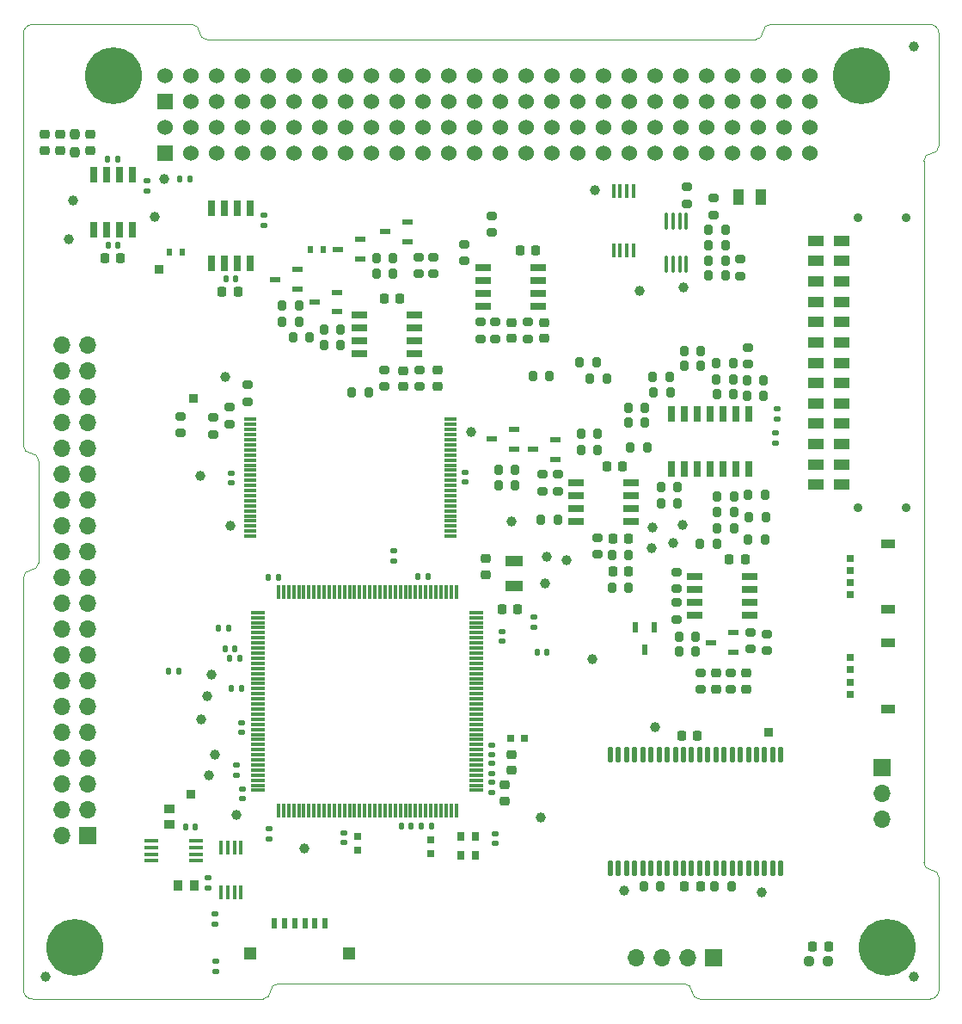
<source format=gts>
%TF.GenerationSoftware,KiCad,Pcbnew,8.0.3*%
%TF.CreationDate,2024-08-20T13:50:38+03:00*%
%TF.ProjectId,obc-adcs-board,6f62632d-6164-4637-932d-626f6172642e,rev?*%
%TF.SameCoordinates,PX3e2df80PY83e4a60*%
%TF.FileFunction,Soldermask,Top*%
%TF.FilePolarity,Negative*%
%FSLAX46Y46*%
G04 Gerber Fmt 4.6, Leading zero omitted, Abs format (unit mm)*
G04 Created by KiCad (PCBNEW 8.0.3) date 2024-08-20 13:50:38*
%MOMM*%
%LPD*%
G01*
G04 APERTURE LIST*
G04 Aperture macros list*
%AMRoundRect*
0 Rectangle with rounded corners*
0 $1 Rounding radius*
0 $2 $3 $4 $5 $6 $7 $8 $9 X,Y pos of 4 corners*
0 Add a 4 corners polygon primitive as box body*
4,1,4,$2,$3,$4,$5,$6,$7,$8,$9,$2,$3,0*
0 Add four circle primitives for the rounded corners*
1,1,$1+$1,$2,$3*
1,1,$1+$1,$4,$5*
1,1,$1+$1,$6,$7*
1,1,$1+$1,$8,$9*
0 Add four rect primitives between the rounded corners*
20,1,$1+$1,$2,$3,$4,$5,0*
20,1,$1+$1,$4,$5,$6,$7,0*
20,1,$1+$1,$6,$7,$8,$9,0*
20,1,$1+$1,$8,$9,$2,$3,0*%
G04 Aperture macros list end*
%ADD10C,1.000000*%
%ADD11RoundRect,0.137500X0.137500X-0.625000X0.137500X0.625000X-0.137500X0.625000X-0.137500X-0.625000X0*%
%ADD12R,0.650000X1.528000*%
%ADD13RoundRect,0.200000X0.200000X0.275000X-0.200000X0.275000X-0.200000X-0.275000X0.200000X-0.275000X0*%
%ADD14C,5.600000*%
%ADD15RoundRect,0.200000X-0.200000X-0.275000X0.200000X-0.275000X0.200000X0.275000X-0.200000X0.275000X0*%
%ADD16R,1.700000X1.700000*%
%ADD17O,1.700000X1.700000*%
%ADD18R,0.620000X0.670000*%
%ADD19R,1.050000X0.600000*%
%ADD20RoundRect,0.140000X-0.140000X-0.170000X0.140000X-0.170000X0.140000X0.170000X-0.140000X0.170000X0*%
%ADD21R,1.020000X0.940000*%
%ADD22RoundRect,0.200000X0.275000X-0.200000X0.275000X0.200000X-0.275000X0.200000X-0.275000X-0.200000X0*%
%ADD23R,0.940000X1.020000*%
%ADD24RoundRect,0.140000X-0.170000X0.140000X-0.170000X-0.140000X0.170000X-0.140000X0.170000X0.140000X0*%
%ADD25RoundRect,0.225000X-0.250000X0.225000X-0.250000X-0.225000X0.250000X-0.225000X0.250000X0.225000X0*%
%ADD26R,1.475000X0.300000*%
%ADD27R,0.300000X1.475000*%
%ADD28R,1.400000X0.450000*%
%ADD29RoundRect,0.135000X-0.135000X-0.185000X0.135000X-0.185000X0.135000X0.185000X-0.135000X0.185000X0*%
%ADD30RoundRect,0.135000X0.185000X-0.135000X0.185000X0.135000X-0.185000X0.135000X-0.185000X-0.135000X0*%
%ADD31RoundRect,0.225000X-0.225000X-0.250000X0.225000X-0.250000X0.225000X0.250000X-0.225000X0.250000X0*%
%ADD32R,0.800000X0.900000*%
%ADD33RoundRect,0.140000X0.140000X0.170000X-0.140000X0.170000X-0.140000X-0.170000X0.140000X-0.170000X0*%
%ADD34R,1.528000X0.650000*%
%ADD35RoundRect,0.135000X0.135000X0.185000X-0.135000X0.185000X-0.135000X-0.185000X0.135000X-0.185000X0*%
%ADD36RoundRect,0.200000X-0.275000X0.200000X-0.275000X-0.200000X0.275000X-0.200000X0.275000X0.200000X0*%
%ADD37RoundRect,0.135000X-0.185000X0.135000X-0.185000X-0.135000X0.185000X-0.135000X0.185000X0.135000X0*%
%ADD38RoundRect,0.140000X0.170000X-0.140000X0.170000X0.140000X-0.170000X0.140000X-0.170000X-0.140000X0*%
%ADD39R,0.700000X0.650000*%
%ADD40R,0.850000X0.850000*%
%ADD41R,0.450000X1.400000*%
%ADD42R,0.650000X1.525000*%
%ADD43RoundRect,0.237500X-0.237500X0.250000X-0.237500X-0.250000X0.237500X-0.250000X0.237500X0.250000X0*%
%ADD44R,1.800000X1.000000*%
%ADD45R,0.550000X1.000000*%
%ADD46R,1.260000X1.300000*%
%ADD47RoundRect,0.225000X0.225000X0.250000X-0.225000X0.250000X-0.225000X-0.250000X0.225000X-0.250000X0*%
%ADD48RoundRect,0.100000X0.100000X-0.712500X0.100000X0.712500X-0.100000X0.712500X-0.100000X-0.712500X0*%
%ADD49RoundRect,0.225000X0.250000X-0.225000X0.250000X0.225000X-0.250000X0.225000X-0.250000X-0.225000X0*%
%ADD50C,0.900000*%
%ADD51R,1.500000X1.000000*%
%ADD52R,0.650000X0.660000*%
%ADD53R,1.340000X0.850000*%
%ADD54R,1.300000X0.300000*%
%ADD55R,1.000000X1.500000*%
%ADD56R,0.600000X1.050000*%
%ADD57R,1.530000X1.530000*%
%ADD58C,1.530000*%
%ADD59R,0.450000X1.475000*%
%ADD60RoundRect,0.237500X0.250000X0.237500X-0.250000X0.237500X-0.250000X-0.237500X0.250000X-0.237500X0*%
%ADD61R,0.650000X0.700000*%
%TA.AperFunction,Profile*%
%ADD62C,0.100000*%
%TD*%
G04 APERTURE END LIST*
D10*
%TO.C,TP40*%
X18975000Y24175000D03*
%TD*%
D11*
%TO.C,U7*%
X57900960Y12999279D03*
X58700960Y12999279D03*
X59500960Y12999279D03*
X60300960Y12999279D03*
X61100960Y12999279D03*
X61900960Y12999279D03*
X62700960Y12999279D03*
X63500960Y12999279D03*
X64300960Y12999279D03*
X65100960Y12999279D03*
X65900960Y12999279D03*
X66700960Y12999279D03*
X67500960Y12999279D03*
X68300960Y12999279D03*
X69100960Y12999279D03*
X69900960Y12999279D03*
X70700960Y12999279D03*
X71500960Y12999279D03*
X72300960Y12999279D03*
X73100960Y12999279D03*
X73900960Y12999279D03*
X74700960Y12999279D03*
X74700960Y24174279D03*
X73900960Y24174279D03*
X73100960Y24174279D03*
X72300960Y24174279D03*
X71500960Y24174279D03*
X70700960Y24174279D03*
X69900960Y24174279D03*
X69100960Y24174279D03*
X68300960Y24174279D03*
X67500960Y24174279D03*
X66700960Y24174279D03*
X65900960Y24174279D03*
X65100960Y24174279D03*
X64300960Y24174279D03*
X63500960Y24174279D03*
X62700960Y24174279D03*
X61900960Y24174279D03*
X61100960Y24174279D03*
X60300960Y24174279D03*
X59500960Y24174279D03*
X58700960Y24174279D03*
X57900960Y24174279D03*
%TD*%
D12*
%TO.C,U18*%
X6995000Y75789000D03*
X8265000Y75789000D03*
X9535000Y75789000D03*
X10805000Y75789000D03*
X10805000Y81211000D03*
X9535000Y81211000D03*
X8265000Y81211000D03*
X6995000Y81211000D03*
%TD*%
D13*
%TO.C,R65*%
X70075960Y49550000D03*
X68425960Y49550000D03*
%TD*%
D14*
%TO.C,H4*%
X82630000Y90930000D03*
%TD*%
D15*
%TO.C,R90*%
X46875960Y50700000D03*
X48525960Y50700000D03*
%TD*%
D16*
%TO.C,J7*%
X68100000Y4175000D03*
D17*
X65560000Y4175000D03*
X63020000Y4175000D03*
X60480000Y4175000D03*
%TD*%
D18*
%TO.C,F11*%
X29625000Y73900000D03*
X28375000Y73900000D03*
%TD*%
D14*
%TO.C,H1*%
X5180000Y5190000D03*
%TD*%
D19*
%TO.C,Q8*%
X48400000Y54250000D03*
X48400000Y56150000D03*
X46200000Y55200000D03*
%TD*%
D10*
%TO.C,TP24*%
X51500000Y41000000D03*
%TD*%
D13*
%TO.C,R83*%
X28275000Y65250000D03*
X26625000Y65250000D03*
%TD*%
D16*
%TO.C,J4*%
X84625000Y22875000D03*
D17*
X84625000Y20335000D03*
X84625000Y17795000D03*
%TD*%
D13*
%TO.C,R117*%
X68375000Y44900000D03*
X66725000Y44900000D03*
%TD*%
D20*
%TO.C,C45*%
X37345000Y17150000D03*
X38305000Y17150000D03*
%TD*%
D21*
%TO.C,F13*%
X14500000Y18840000D03*
X14500000Y17260000D03*
%TD*%
D22*
%TO.C,R46*%
X65400000Y78375000D03*
X65400000Y80025000D03*
%TD*%
D10*
%TO.C,TP42*%
X18200000Y29900000D03*
%TD*%
D23*
%TO.C,F14*%
X15360000Y11250000D03*
X16940000Y11250000D03*
%TD*%
D22*
%TO.C,R102*%
X49800960Y65075000D03*
X49800960Y66725000D03*
%TD*%
D24*
%TO.C,C59*%
X31700000Y16480000D03*
X31700000Y15520000D03*
%TD*%
D25*
%TO.C,C100*%
X6700000Y85175000D03*
X6700000Y83625000D03*
%TD*%
D26*
%TO.C,U16*%
X44703242Y20649040D03*
X44703242Y21149040D03*
X44703242Y21649040D03*
X44703242Y22149040D03*
X44703242Y22649040D03*
X44703242Y23149040D03*
X44703242Y23649040D03*
X44703242Y24149040D03*
X44703242Y24649040D03*
X44703242Y25149040D03*
X44703242Y25649040D03*
X44703242Y26149040D03*
X44703242Y26649040D03*
X44703242Y27149040D03*
X44703242Y27649040D03*
X44703242Y28149040D03*
X44703242Y28649040D03*
X44703242Y29149040D03*
X44703242Y29649040D03*
X44703242Y30149040D03*
X44703242Y30649040D03*
X44703242Y31149040D03*
X44703242Y31649040D03*
X44703242Y32149040D03*
X44703242Y32649040D03*
X44703242Y33149040D03*
X44703242Y33649040D03*
X44703242Y34149040D03*
X44703242Y34649040D03*
X44703242Y35149040D03*
X44703242Y35649040D03*
X44703242Y36149040D03*
X44703242Y36649040D03*
X44703242Y37149040D03*
X44703242Y37649040D03*
X44703242Y38149040D03*
D27*
X42715242Y40137040D03*
X42215242Y40137040D03*
X41715242Y40137040D03*
X41215242Y40137040D03*
X40715242Y40137040D03*
X40215242Y40137040D03*
X39715242Y40137040D03*
X39215242Y40137040D03*
X38715242Y40137040D03*
X38215242Y40137040D03*
X37715242Y40137040D03*
X37215242Y40137040D03*
X36715242Y40137040D03*
X36215242Y40137040D03*
X35715242Y40137040D03*
X35215242Y40137040D03*
X34715242Y40137040D03*
X34215242Y40137040D03*
X33715242Y40137040D03*
X33215242Y40137040D03*
X32715242Y40137040D03*
X32215242Y40137040D03*
X31715242Y40137040D03*
X31215242Y40137040D03*
X30715242Y40137040D03*
X30215242Y40137040D03*
X29715242Y40137040D03*
X29215242Y40137040D03*
X28715242Y40137040D03*
X28215242Y40137040D03*
X27715242Y40137040D03*
X27215242Y40137040D03*
X26715242Y40137040D03*
X26215242Y40137040D03*
X25715242Y40137040D03*
X25215242Y40137040D03*
D26*
X23227242Y38149040D03*
X23227242Y37649040D03*
X23227242Y37149040D03*
X23227242Y36649040D03*
X23227242Y36149040D03*
X23227242Y35649040D03*
X23227242Y35149040D03*
X23227242Y34649040D03*
X23227242Y34149040D03*
X23227242Y33649040D03*
X23227242Y33149040D03*
X23227242Y32649040D03*
X23227242Y32149040D03*
X23227242Y31649040D03*
X23227242Y31149040D03*
X23227242Y30649040D03*
X23227242Y30149040D03*
X23227242Y29649040D03*
X23227242Y29149040D03*
X23227242Y28649040D03*
X23227242Y28149040D03*
X23227242Y27649040D03*
X23227242Y27149040D03*
X23227242Y26649040D03*
X23227242Y26149040D03*
X23227242Y25649040D03*
X23227242Y25149040D03*
X23227242Y24649040D03*
X23227242Y24149040D03*
X23227242Y23649040D03*
X23227242Y23149040D03*
X23227242Y22649040D03*
X23227242Y22149040D03*
X23227242Y21649040D03*
X23227242Y21149040D03*
X23227242Y20649040D03*
D27*
X25215242Y18661040D03*
X25715242Y18661040D03*
X26215242Y18661040D03*
X26715242Y18661040D03*
X27215242Y18661040D03*
X27715242Y18661040D03*
X28215242Y18661040D03*
X28715242Y18661040D03*
X29215242Y18661040D03*
X29715242Y18661040D03*
X30215242Y18661040D03*
X30715242Y18661040D03*
X31215242Y18661040D03*
X31715242Y18661040D03*
X32215242Y18661040D03*
X32715242Y18661040D03*
X33215242Y18661040D03*
X33715242Y18661040D03*
X34215242Y18661040D03*
X34715242Y18661040D03*
X35215242Y18661040D03*
X35715242Y18661040D03*
X36215242Y18661040D03*
X36715242Y18661040D03*
X37215242Y18661040D03*
X37715242Y18661040D03*
X38215242Y18661040D03*
X38715242Y18661040D03*
X39215242Y18661040D03*
X39715242Y18661040D03*
X40215242Y18661040D03*
X40715242Y18661040D03*
X41215242Y18661040D03*
X41715242Y18661040D03*
X42215242Y18661040D03*
X42715242Y18661040D03*
%TD*%
D18*
%TO.C,F12*%
X15725000Y73600000D03*
X14475000Y73600000D03*
%TD*%
D22*
%TO.C,R101*%
X39125960Y60361779D03*
X39125960Y62011779D03*
%TD*%
D28*
%TO.C,U19*%
X17075000Y13725000D03*
X17075000Y14375000D03*
X17075000Y15025000D03*
X17075000Y15675000D03*
X12675000Y15675000D03*
X12675000Y15025000D03*
X12675000Y14375000D03*
X12675000Y13725000D03*
%TD*%
D15*
%TO.C,R56*%
X65175000Y62400000D03*
X66825000Y62400000D03*
%TD*%
D29*
%TO.C,R37*%
X19290000Y36600000D03*
X20310000Y36600000D03*
%TD*%
D10*
%TO.C,TP27*%
X13930000Y80760000D03*
%TD*%
D30*
%TO.C,R130*%
X19025000Y2790000D03*
X19025000Y3810000D03*
%TD*%
D31*
%TO.C,C67*%
X69625000Y43350000D03*
X71175000Y43350000D03*
%TD*%
D32*
%TO.C,Y3*%
X44625000Y14275000D03*
X44625000Y16125000D03*
X43175000Y16125000D03*
X43175000Y14275000D03*
%TD*%
D33*
%TO.C,C64*%
X9380000Y74250000D03*
X8420000Y74250000D03*
%TD*%
D22*
%TO.C,R78*%
X40500000Y71475000D03*
X40500000Y73125000D03*
%TD*%
D13*
%TO.C,R59*%
X56650000Y54100000D03*
X55000000Y54100000D03*
%TD*%
D14*
%TO.C,H3*%
X85170000Y5210000D03*
%TD*%
D34*
%TO.C,IC2*%
X66189000Y41705000D03*
X66189000Y40435000D03*
X66189000Y39165000D03*
X66189000Y37895000D03*
X71611000Y37895000D03*
X71611000Y39165000D03*
X71611000Y40435000D03*
X71611000Y41705000D03*
%TD*%
D10*
%TO.C,TP43*%
X17575000Y27650000D03*
%TD*%
D25*
%TO.C,C71*%
X37525960Y61961779D03*
X37525960Y60411779D03*
%TD*%
D19*
%TO.C,Q6*%
X30950000Y67750000D03*
X30950000Y69650000D03*
X28750000Y68700000D03*
%TD*%
D35*
%TO.C,R18*%
X9390000Y82760000D03*
X8370000Y82760000D03*
%TD*%
D36*
%TO.C,R3*%
X15600000Y57450000D03*
X15600000Y55800000D03*
%TD*%
D37*
%TO.C,R126*%
X74200000Y55860000D03*
X74200000Y54840000D03*
%TD*%
D22*
%TO.C,R99*%
X66800000Y30575000D03*
X66800000Y32225000D03*
%TD*%
D15*
%TO.C,R72*%
X62175000Y59800000D03*
X63825000Y59800000D03*
%TD*%
D38*
%TO.C,C60*%
X21625000Y26320000D03*
X21625000Y27280000D03*
%TD*%
D24*
%TO.C,C57*%
X46200000Y25130000D03*
X46200000Y24170000D03*
%TD*%
D36*
%TO.C,R79*%
X39000000Y73125000D03*
X39000000Y71475000D03*
%TD*%
D25*
%TO.C,C98*%
X2200000Y85175000D03*
X2200000Y83625000D03*
%TD*%
D15*
%TO.C,R55*%
X54875000Y62800000D03*
X56525000Y62800000D03*
%TD*%
D39*
%TO.C,FL6*%
X33000000Y14725000D03*
X33000000Y16075000D03*
%TD*%
D10*
%TO.C,TP32*%
X64050000Y44950000D03*
%TD*%
D40*
%TO.C,J27*%
X16600000Y20225000D03*
%TD*%
D13*
%TO.C,R67*%
X70025000Y59600000D03*
X68375000Y59600000D03*
%TD*%
D36*
%TO.C,R75*%
X64400000Y42125000D03*
X64400000Y40475000D03*
%TD*%
%TO.C,R119*%
X46200000Y77175000D03*
X46200000Y75525000D03*
%TD*%
D10*
%TO.C,TP31*%
X62050000Y46550000D03*
%TD*%
D36*
%TO.C,R81*%
X43550000Y74375000D03*
X43550000Y72725000D03*
%TD*%
D24*
%TO.C,C62*%
X46250000Y21430000D03*
X46250000Y20470000D03*
%TD*%
D15*
%TO.C,R52*%
X59675000Y56800000D03*
X61325000Y56800000D03*
%TD*%
D36*
%TO.C,R40*%
X68100000Y78925000D03*
X68100000Y77275000D03*
%TD*%
D33*
%TO.C,C58*%
X40280000Y17150000D03*
X39320000Y17150000D03*
%TD*%
D36*
%TO.C,R77*%
X51200000Y51725000D03*
X51200000Y50075000D03*
%TD*%
D13*
%TO.C,R63*%
X57525000Y61200000D03*
X55875000Y61200000D03*
%TD*%
D22*
%TO.C,R80*%
X56600000Y43875000D03*
X56600000Y45525000D03*
%TD*%
D37*
%TO.C,R48*%
X24300000Y16910000D03*
X24300000Y15890000D03*
%TD*%
D36*
%TO.C,R6*%
X22200000Y60525000D03*
X22200000Y58875000D03*
%TD*%
D10*
%TO.C,TP45*%
X17550000Y51600000D03*
%TD*%
D15*
%TO.C,R64*%
X62075000Y61300000D03*
X63725000Y61300000D03*
%TD*%
D41*
%TO.C,U20*%
X21525000Y15000000D03*
X20875000Y15000000D03*
X20225000Y15000000D03*
X19575000Y15000000D03*
X19575000Y10600000D03*
X20225000Y10600000D03*
X20875000Y10600000D03*
X21525000Y10600000D03*
%TD*%
D15*
%TO.C,R91*%
X34875000Y71500000D03*
X36525000Y71500000D03*
%TD*%
D42*
%TO.C,IC6*%
X63890000Y52288000D03*
X65160000Y52288000D03*
X66430000Y52288000D03*
X67700000Y52288000D03*
X68970000Y52288000D03*
X70240000Y52288000D03*
X71510000Y52288000D03*
X71510000Y57712000D03*
X70240000Y57712000D03*
X68970000Y57712000D03*
X67700000Y57712000D03*
X66430000Y57712000D03*
X65160000Y57712000D03*
X63890000Y57712000D03*
%TD*%
D43*
%TO.C,R129*%
X5200000Y85212500D03*
X5200000Y83387500D03*
%TD*%
D13*
%TO.C,R58*%
X73225000Y47550000D03*
X71575000Y47550000D03*
%TD*%
D29*
%TO.C,R38*%
X20590000Y30700000D03*
X21610000Y30700000D03*
%TD*%
D10*
%TO.C,TP10*%
X56100000Y33600000D03*
%TD*%
D19*
%TO.C,Q10*%
X27100000Y69975000D03*
X27100000Y71875000D03*
X24900000Y70925000D03*
%TD*%
D15*
%TO.C,R2*%
X68175000Y11200000D03*
X69825000Y11200000D03*
%TD*%
D36*
%TO.C,R85*%
X64400000Y39125000D03*
X64400000Y37475000D03*
%TD*%
D14*
%TO.C,H2*%
X8990000Y90930000D03*
%TD*%
D31*
%TO.C,C43*%
X47225000Y38500000D03*
X48775000Y38500000D03*
%TD*%
D15*
%TO.C,R84*%
X32450000Y59800000D03*
X34100000Y59800000D03*
%TD*%
D19*
%TO.C,Q5*%
X37900000Y74650000D03*
X37900000Y76550000D03*
X35700000Y75600000D03*
%TD*%
D13*
%TO.C,R68*%
X66825960Y63900000D03*
X65175960Y63900000D03*
%TD*%
D44*
%TO.C,Y4*%
X48400000Y40750000D03*
X48400000Y43250000D03*
%TD*%
D30*
%TO.C,R124*%
X23800000Y76190000D03*
X23800000Y77210000D03*
%TD*%
%TO.C,R47*%
X21100000Y22130000D03*
X21100000Y23150000D03*
%TD*%
D29*
%TO.C,R13*%
X15510000Y80790000D03*
X16530000Y80790000D03*
%TD*%
D19*
%TO.C,Q3*%
X70050960Y34250000D03*
X70050960Y36150000D03*
X67850960Y35200000D03*
%TD*%
D45*
%TO.C,J16*%
X24820000Y7575000D03*
X25820000Y7575000D03*
X26820000Y7575000D03*
X27820000Y7575000D03*
X28820000Y7575000D03*
X29820000Y7575000D03*
D46*
X22445000Y4585000D03*
X32195000Y4585000D03*
%TD*%
D33*
%TO.C,C55*%
X21380000Y33650000D03*
X20420000Y33650000D03*
%TD*%
D10*
%TO.C,FID6*%
X87800000Y2300000D03*
%TD*%
%TO.C,TP41*%
X20450000Y46650000D03*
%TD*%
D25*
%TO.C,C72*%
X48200960Y66675000D03*
X48200960Y65125000D03*
%TD*%
D10*
%TO.C,TP7*%
X21075000Y18200000D03*
%TD*%
D13*
%TO.C,R62*%
X73000960Y61000000D03*
X71350960Y61000000D03*
%TD*%
D47*
%TO.C,C27*%
X66475000Y26000000D03*
X64925000Y26000000D03*
%TD*%
D10*
%TO.C,FID5*%
X87800000Y93800000D03*
%TD*%
D25*
%TO.C,C77*%
X71300000Y32175000D03*
X71300000Y30625000D03*
%TD*%
D36*
%TO.C,R73*%
X71700000Y36225000D03*
X71700000Y34575000D03*
%TD*%
D15*
%TO.C,R95*%
X34875000Y73000000D03*
X36525000Y73000000D03*
%TD*%
D10*
%TO.C,TP46*%
X20000000Y61300000D03*
%TD*%
%TO.C,TP33*%
X62000000Y44500000D03*
%TD*%
D37*
%TO.C,R127*%
X74300000Y58210000D03*
X74300000Y57190000D03*
%TD*%
D10*
%TO.C,TP28*%
X48200000Y47100000D03*
%TD*%
D15*
%TO.C,R93*%
X64675000Y35800000D03*
X66325000Y35800000D03*
%TD*%
D33*
%TO.C,C52*%
X25205000Y41600000D03*
X24245000Y41600000D03*
%TD*%
D10*
%TO.C,TP22*%
X4600000Y74900000D03*
%TD*%
%TO.C,TP37*%
X56400000Y79700000D03*
%TD*%
D15*
%TO.C,R89*%
X64675000Y34300000D03*
X66325000Y34300000D03*
%TD*%
D48*
%TO.C,U8*%
X63425000Y72387500D03*
X64075000Y72387500D03*
X64725000Y72387500D03*
X65375000Y72387500D03*
X65375000Y76612500D03*
X64725000Y76612500D03*
X64075000Y76612500D03*
X63425000Y76612500D03*
%TD*%
D15*
%TO.C,R100*%
X58075000Y40600000D03*
X59725000Y40600000D03*
%TD*%
D47*
%TO.C,C95*%
X21225000Y69750000D03*
X19675000Y69750000D03*
%TD*%
D10*
%TO.C,TP34*%
X65050000Y46750000D03*
%TD*%
D13*
%TO.C,R104*%
X59725000Y43800000D03*
X58075000Y43800000D03*
%TD*%
D33*
%TO.C,C54*%
X20930000Y34600000D03*
X19970000Y34600000D03*
%TD*%
D49*
%TO.C,C75*%
X40900000Y60425000D03*
X40900000Y61975000D03*
%TD*%
D10*
%TO.C,TP47*%
X72830000Y10650000D03*
%TD*%
%TO.C,TP8*%
X53600000Y43300000D03*
%TD*%
D33*
%TO.C,C50*%
X39930000Y41650000D03*
X38970000Y41650000D03*
%TD*%
D50*
%TO.C,J17*%
X82275000Y48475000D03*
X87025000Y48475000D03*
X82275000Y76975000D03*
X87025000Y76975000D03*
D51*
X78175000Y74725000D03*
X78175000Y72725000D03*
X78175000Y70725000D03*
X78175000Y68725000D03*
X78175000Y66725000D03*
X78175000Y64725000D03*
X78175000Y62725000D03*
X78175000Y60725000D03*
X78175000Y58725000D03*
X78175000Y56725000D03*
X78175000Y54725000D03*
X78175000Y52725000D03*
X78175000Y50725000D03*
X80675000Y74725000D03*
X80675000Y72725000D03*
X80675000Y70725000D03*
X80675000Y68725000D03*
X80675000Y66725000D03*
X80675000Y64725000D03*
X80675000Y62725000D03*
X80675000Y60725000D03*
X80675000Y58725000D03*
X80675000Y56725000D03*
X80675000Y54725000D03*
X80675000Y52725000D03*
X80675000Y50725000D03*
%TD*%
D31*
%TO.C,C70*%
X35600000Y69050000D03*
X37150000Y69050000D03*
%TD*%
D52*
%TO.C,J3*%
X81565000Y30100000D03*
X81565000Y31300000D03*
X81565000Y32500000D03*
X81565000Y33700000D03*
D53*
X85270000Y28675000D03*
X85270000Y35125000D03*
%TD*%
D39*
%TO.C,FL4*%
X40250000Y14425000D03*
X40250000Y15775000D03*
%TD*%
D10*
%TO.C,TP49*%
X62350000Y26850000D03*
%TD*%
D47*
%TO.C,C78*%
X59675000Y45400000D03*
X58125000Y45400000D03*
%TD*%
D13*
%TO.C,R42*%
X69225000Y75800000D03*
X67575000Y75800000D03*
%TD*%
D15*
%TO.C,R44*%
X67575000Y74300000D03*
X69225000Y74300000D03*
%TD*%
D10*
%TO.C,FID4*%
X2300000Y2300000D03*
%TD*%
%TO.C,TP12*%
X13000000Y77110000D03*
%TD*%
D25*
%TO.C,C56*%
X47500000Y21175000D03*
X47500000Y19625000D03*
%TD*%
D36*
%TO.C,R41*%
X70700000Y72925000D03*
X70700000Y71275000D03*
%TD*%
D15*
%TO.C,R60*%
X62875000Y48900000D03*
X64525000Y48900000D03*
%TD*%
D12*
%TO.C,U17*%
X18595000Y72489000D03*
X19865000Y72489000D03*
X21135000Y72489000D03*
X22405000Y72489000D03*
X22405000Y77911000D03*
X21135000Y77911000D03*
X19865000Y77911000D03*
X18595000Y77911000D03*
%TD*%
D38*
%TO.C,C66*%
X18250000Y11070000D03*
X18250000Y12030000D03*
%TD*%
D15*
%TO.C,R96*%
X25575000Y68325000D03*
X27225000Y68325000D03*
%TD*%
D13*
%TO.C,R43*%
X69225000Y71300000D03*
X67575000Y71300000D03*
%TD*%
D15*
%TO.C,R54*%
X68350960Y61100000D03*
X70000960Y61100000D03*
%TD*%
D54*
%TO.C,IC1*%
X22465242Y57149040D03*
X22465242Y56649040D03*
X22465242Y56149040D03*
X22465242Y55649040D03*
X22465242Y55149040D03*
X22465242Y54649040D03*
X22465242Y54149040D03*
X22465242Y53649040D03*
X22465242Y53149040D03*
X22465242Y52649040D03*
X22465242Y52149040D03*
X22465242Y51649040D03*
X22465242Y51149040D03*
X22465242Y50649040D03*
X22465242Y50149040D03*
X22465242Y49649040D03*
X22465242Y49149040D03*
X22465242Y48649040D03*
X22465242Y48149040D03*
X22465242Y47649040D03*
X22465242Y47149040D03*
X22465242Y46649040D03*
X22465242Y46149040D03*
X22465242Y45649040D03*
X42165242Y45649040D03*
X42165242Y46149040D03*
X42165242Y46649040D03*
X42165242Y47149040D03*
X42165242Y47649040D03*
X42165242Y48149040D03*
X42165242Y48649040D03*
X42165242Y49149040D03*
X42165242Y49649040D03*
X42165242Y50149040D03*
X42165242Y50649040D03*
X42165242Y51149040D03*
X42165242Y51649040D03*
X42165242Y52149040D03*
X42165242Y52649040D03*
X42165242Y53149040D03*
X42165242Y53649040D03*
X42165242Y54149040D03*
X42165242Y54649040D03*
X42165242Y55149040D03*
X42165242Y55649040D03*
X42165242Y56149040D03*
X42165242Y56649040D03*
X42165242Y57149040D03*
%TD*%
D15*
%TO.C,R86*%
X51075000Y47300000D03*
X52725000Y47300000D03*
%TD*%
%TO.C,R92*%
X25575000Y66775000D03*
X27225000Y66775000D03*
%TD*%
D55*
%TO.C,F5*%
X72700000Y79000000D03*
X70500000Y79000000D03*
%TD*%
D24*
%TO.C,C61*%
X21700000Y20780000D03*
X21700000Y19820000D03*
%TD*%
D37*
%TO.C,R131*%
X19000000Y8535000D03*
X19000000Y7515000D03*
%TD*%
D22*
%TO.C,R74*%
X73300000Y34375000D03*
X73300000Y36025000D03*
%TD*%
D15*
%TO.C,R118*%
X55000000Y55700000D03*
X56650000Y55700000D03*
%TD*%
D31*
%TO.C,C69*%
X49025000Y73750000D03*
X50575000Y73750000D03*
%TD*%
D15*
%TO.C,R88*%
X29675000Y64425000D03*
X31325000Y64425000D03*
%TD*%
D40*
%TO.C,J29*%
X16875000Y59250000D03*
%TD*%
D22*
%TO.C,R61*%
X71475960Y62575000D03*
X71475960Y64225000D03*
%TD*%
D15*
%TO.C,R1*%
X61175960Y11200000D03*
X62825960Y11200000D03*
%TD*%
D30*
%TO.C,R125*%
X12260000Y79650000D03*
X12260000Y80670000D03*
%TD*%
D16*
%TO.C,J6*%
X6450000Y16175000D03*
D17*
X3910000Y16175000D03*
X6450000Y18715000D03*
X3910000Y18715000D03*
X6450000Y21255000D03*
X3910000Y21255000D03*
X6450000Y23795000D03*
X3910000Y23795000D03*
X6450000Y26335000D03*
X3910000Y26335000D03*
X6450000Y28875000D03*
X3910000Y28875000D03*
X6450000Y31415000D03*
X3910000Y31415000D03*
X6450000Y33955000D03*
X3910000Y33955000D03*
X6450000Y36495000D03*
X3910000Y36495000D03*
X6450000Y39035000D03*
X3910000Y39035000D03*
X6450000Y41575000D03*
X3910000Y41575000D03*
X6450000Y44115000D03*
X3910000Y44115000D03*
X6450000Y46655000D03*
X3910000Y46655000D03*
X6450000Y49195000D03*
X3910000Y49195000D03*
X6450000Y51735000D03*
X3910000Y51735000D03*
X6450000Y54275000D03*
X3910000Y54275000D03*
X6450000Y56815000D03*
X3910000Y56815000D03*
X6450000Y59355000D03*
X3910000Y59355000D03*
X6450000Y61895000D03*
X3910000Y61895000D03*
X6450000Y64435000D03*
X3910000Y64435000D03*
%TD*%
D56*
%TO.C,Q7*%
X62250000Y36700000D03*
X60350000Y36700000D03*
X61300000Y34500000D03*
%TD*%
D10*
%TO.C,TP36*%
X65100000Y70100000D03*
%TD*%
D15*
%TO.C,R53*%
X68325960Y62700000D03*
X69975960Y62700000D03*
%TD*%
%TO.C,R45*%
X67575000Y72800000D03*
X69225000Y72800000D03*
%TD*%
D10*
%TO.C,TP5*%
X18325000Y22125000D03*
%TD*%
D15*
%TO.C,R120*%
X50275000Y61400000D03*
X51925000Y61400000D03*
%TD*%
D49*
%TO.C,C76*%
X51400000Y65125000D03*
X51400000Y66675000D03*
%TD*%
D31*
%TO.C,C74*%
X58125000Y42200000D03*
X59675000Y42200000D03*
%TD*%
D57*
%TO.C,J1*%
X14048000Y83309000D03*
D58*
X14048000Y85849000D03*
X16588000Y83309000D03*
X16588000Y85849000D03*
X19128000Y83309000D03*
X19128000Y85849000D03*
X21668000Y83309000D03*
X21668000Y85849000D03*
X24208000Y83309000D03*
X24208000Y85849000D03*
X26748000Y83309000D03*
X26748000Y85849000D03*
X29288000Y83309000D03*
X29288000Y85849000D03*
X31828000Y83309000D03*
X31828000Y85849000D03*
X34368000Y83309000D03*
X34368000Y85849000D03*
X36908000Y83309000D03*
X36908000Y85849000D03*
X39448000Y83309000D03*
X39448000Y85849000D03*
X41988000Y83309000D03*
X41988000Y85849000D03*
X44528000Y83309000D03*
X44528000Y85849000D03*
X47068000Y83309000D03*
X47068000Y85849000D03*
X49608000Y83309000D03*
X49608000Y85849000D03*
X52148000Y83309000D03*
X52148000Y85849000D03*
X54688000Y83309000D03*
X54688000Y85849000D03*
X57228000Y83309000D03*
X57228000Y85849000D03*
X59768000Y83309000D03*
X59768000Y85849000D03*
X62308000Y83309000D03*
X62308000Y85849000D03*
X64848000Y83309000D03*
X64848000Y85849000D03*
X67388000Y83309000D03*
X67388000Y85849000D03*
X69928000Y83309000D03*
X69928000Y85849000D03*
X72468000Y83309000D03*
X72468000Y85849000D03*
X75008000Y83309000D03*
X75008000Y85849000D03*
X77548000Y83309000D03*
X77548000Y85849000D03*
%TD*%
D10*
%TO.C,TP26*%
X5000000Y78700000D03*
%TD*%
D13*
%TO.C,R71*%
X73000960Y59500000D03*
X71350960Y59500000D03*
%TD*%
D10*
%TO.C,TP29*%
X44150000Y55900000D03*
%TD*%
D40*
%TO.C,J28*%
X13450000Y71900000D03*
%TD*%
D19*
%TO.C,Q9*%
X33300000Y72950000D03*
X33300000Y74850000D03*
X31100000Y73900000D03*
%TD*%
D36*
%TO.C,R4*%
X18800000Y57325000D03*
X18800000Y55675000D03*
%TD*%
D15*
%TO.C,R50*%
X68425000Y48000000D03*
X70075000Y48000000D03*
%TD*%
%TO.C,R51*%
X59675000Y58300000D03*
X61325000Y58300000D03*
%TD*%
D38*
%TO.C,C46*%
X47200000Y35320000D03*
X47200000Y36280000D03*
%TD*%
D24*
%TO.C,C2*%
X43600000Y51930000D03*
X43600000Y50970000D03*
%TD*%
D47*
%TO.C,C97*%
X79375000Y5300000D03*
X77825000Y5300000D03*
%TD*%
D49*
%TO.C,C73*%
X68300000Y30625000D03*
X68300000Y32175000D03*
%TD*%
D52*
%TO.C,J2*%
X81565000Y39900000D03*
X81565000Y41100000D03*
X81565000Y42300000D03*
X81565000Y43500000D03*
D53*
X85270000Y38475000D03*
X85270000Y44925000D03*
%TD*%
D22*
%TO.C,R87*%
X45100000Y65075000D03*
X45100000Y66725000D03*
%TD*%
%TO.C,R76*%
X52700000Y50075000D03*
X52700000Y51725000D03*
%TD*%
D10*
%TO.C,TP44*%
X18600000Y32000000D03*
%TD*%
D29*
%TO.C,R12*%
X14415000Y32350000D03*
X15435000Y32350000D03*
%TD*%
D59*
%TO.C,Q1*%
X60175000Y79638000D03*
X59525000Y79638000D03*
X58875000Y79638000D03*
X58225000Y79638000D03*
X58225000Y73762000D03*
X58875000Y73762000D03*
X59525000Y73762000D03*
X60175000Y73762000D03*
%TD*%
D10*
%TO.C,TP48*%
X59300000Y10775000D03*
%TD*%
D25*
%TO.C,C102*%
X3700000Y85175000D03*
X3700000Y83625000D03*
%TD*%
D31*
%TO.C,C68*%
X57525000Y52550000D03*
X59075000Y52550000D03*
%TD*%
D57*
%TO.C,J5*%
X14048000Y88389000D03*
D58*
X14048000Y90929000D03*
X16588000Y88389000D03*
X16588000Y90929000D03*
X19128000Y88389000D03*
X19128000Y90929000D03*
X21668000Y88389000D03*
X21668000Y90929000D03*
X24208000Y88389000D03*
X24208000Y90929000D03*
X26748000Y88389000D03*
X26748000Y90929000D03*
X29288000Y88389000D03*
X29288000Y90929000D03*
X31828000Y88389000D03*
X31828000Y90929000D03*
X34368000Y88389000D03*
X34368000Y90929000D03*
X36908000Y88389000D03*
X36908000Y90929000D03*
X39448000Y88389000D03*
X39448000Y90929000D03*
X41988000Y88389000D03*
X41988000Y90929000D03*
X44528000Y88389000D03*
X44528000Y90929000D03*
X47068000Y88389000D03*
X47068000Y90929000D03*
X49608000Y88389000D03*
X49608000Y90929000D03*
X52148000Y88389000D03*
X52148000Y90929000D03*
X54688000Y88389000D03*
X54688000Y90929000D03*
X57228000Y88389000D03*
X57228000Y90929000D03*
X59768000Y88389000D03*
X59768000Y90929000D03*
X62308000Y88389000D03*
X62308000Y90929000D03*
X64848000Y88389000D03*
X64848000Y90929000D03*
X67388000Y88389000D03*
X67388000Y90929000D03*
X69928000Y88389000D03*
X69928000Y90929000D03*
X72468000Y88389000D03*
X72468000Y90929000D03*
X75008000Y88389000D03*
X75008000Y90929000D03*
X77548000Y88389000D03*
X77548000Y90929000D03*
%TD*%
D38*
%TO.C,C48*%
X46250000Y22320000D03*
X46250000Y23280000D03*
%TD*%
D13*
%TO.C,R66*%
X61525000Y54400000D03*
X59875000Y54400000D03*
%TD*%
D36*
%TO.C,R98*%
X46600000Y66725000D03*
X46600000Y65075000D03*
%TD*%
D24*
%TO.C,C93*%
X46600000Y16380000D03*
X46600000Y15420000D03*
%TD*%
D38*
%TO.C,C51*%
X50400000Y36720000D03*
X50400000Y37680000D03*
%TD*%
D60*
%TO.C,R128*%
X79312500Y3800000D03*
X77487500Y3800000D03*
%TD*%
D49*
%TO.C,C49*%
X48200000Y22635000D03*
X48200000Y24185000D03*
%TD*%
D36*
%TO.C,R5*%
X20400000Y58325000D03*
X20400000Y56675000D03*
%TD*%
D38*
%TO.C,C53*%
X36550000Y43245000D03*
X36550000Y44205000D03*
%TD*%
D10*
%TO.C,TP3*%
X51050000Y18000000D03*
%TD*%
D20*
%TO.C,C65*%
X16070000Y17050000D03*
X17030000Y17050000D03*
%TD*%
D24*
%TO.C,C1*%
X20600000Y51880000D03*
X20600000Y50920000D03*
%TD*%
D13*
%TO.C,R82*%
X31350000Y66025000D03*
X29700000Y66025000D03*
%TD*%
D49*
%TO.C,C44*%
X45660000Y41880000D03*
X45660000Y43430000D03*
%TD*%
D34*
%TO.C,IC4*%
X45389000Y72105000D03*
X45389000Y70835000D03*
X45389000Y69565000D03*
X45389000Y68295000D03*
X50811000Y68295000D03*
X50811000Y69565000D03*
X50811000Y70835000D03*
X50811000Y72105000D03*
%TD*%
D10*
%TO.C,TP6*%
X27800000Y14900000D03*
%TD*%
D15*
%TO.C,R49*%
X68425000Y46450000D03*
X70075000Y46450000D03*
%TD*%
%TO.C,R70*%
X62875000Y50450000D03*
X64525000Y50450000D03*
%TD*%
D33*
%TO.C,C63*%
X20980000Y71000000D03*
X20020000Y71000000D03*
%TD*%
D20*
%TO.C,C47*%
X50720000Y34250000D03*
X51680000Y34250000D03*
%TD*%
D15*
%TO.C,R94*%
X46875960Y52200000D03*
X48525960Y52200000D03*
%TD*%
D34*
%TO.C,IC3*%
X54489000Y50905000D03*
X54489000Y49635000D03*
X54489000Y48365000D03*
X54489000Y47095000D03*
X59911000Y47095000D03*
X59911000Y48365000D03*
X59911000Y49635000D03*
X59911000Y50905000D03*
%TD*%
D36*
%TO.C,R97*%
X35600000Y62025000D03*
X35600000Y60375000D03*
%TD*%
%TO.C,R103*%
X69800000Y32225000D03*
X69800000Y30575000D03*
%TD*%
D10*
%TO.C,TP25*%
X51600000Y43600000D03*
%TD*%
%TO.C,TP35*%
X60800000Y69780000D03*
%TD*%
D31*
%TO.C,C25*%
X65225000Y11200000D03*
X66775000Y11200000D03*
%TD*%
D47*
%TO.C,C96*%
X9675000Y73000000D03*
X8125000Y73000000D03*
%TD*%
D13*
%TO.C,R69*%
X73105000Y49740000D03*
X71455000Y49740000D03*
%TD*%
D19*
%TO.C,Q4*%
X52450960Y53230779D03*
X52450960Y55130779D03*
X50250960Y54180779D03*
%TD*%
D15*
%TO.C,R57*%
X71475000Y45350000D03*
X73125000Y45350000D03*
%TD*%
D34*
%TO.C,IC5*%
X33189000Y67405000D03*
X33189000Y66135000D03*
X33189000Y64865000D03*
X33189000Y63595000D03*
X38611000Y63595000D03*
X38611000Y64865000D03*
X38611000Y66135000D03*
X38611000Y67405000D03*
%TD*%
D61*
%TO.C,FL5*%
X49400000Y25750000D03*
X48050000Y25750000D03*
%TD*%
D40*
%TO.C,J30*%
X73525000Y26350000D03*
%TD*%
D62*
X1600000Y43065000D02*
X1600000Y53065000D01*
X66685000Y120000D02*
X89370000Y120000D01*
X100000Y41565000D02*
G75*
G02*
X850000Y42315000I750000J0D01*
G01*
X65185000Y1620000D02*
G75*
G02*
X65935000Y870000I0J-750000D01*
G01*
X72935000Y95260000D02*
G75*
G02*
X72185000Y94510000I-750000J0D01*
G01*
X90270000Y12065000D02*
X90270000Y1020000D01*
X1600000Y43065000D02*
G75*
G02*
X850000Y42315000I-750000J0D01*
G01*
X24435000Y870000D02*
G75*
G02*
X25185000Y1620000I750000J0D01*
G01*
X18185000Y94510000D02*
X72185000Y94510000D01*
X100000Y41565000D02*
X100000Y1010000D01*
X72935000Y95260000D02*
G75*
G02*
X73685000Y96010000I750000J0D01*
G01*
X100000Y95110000D02*
G75*
G02*
X1000000Y96010000I900000J0D01*
G01*
X1000000Y110000D02*
G75*
G02*
X100000Y1010000I0J900000D01*
G01*
X88770000Y13565000D02*
X88770000Y82565000D01*
X89520000Y12815000D02*
G75*
G02*
X90270000Y12065000I0J-750000D01*
G01*
X88770000Y82565000D02*
G75*
G02*
X89520000Y83315000I750000J0D01*
G01*
X89520000Y12815000D02*
G75*
G02*
X88770000Y13565000I0J750000D01*
G01*
X25185000Y1620000D02*
X65185000Y1620000D01*
X73685000Y96010000D02*
X89370000Y96010000D01*
X90270000Y84065000D02*
G75*
G02*
X89520000Y83315000I-750000J0D01*
G01*
X90270000Y1020000D02*
G75*
G02*
X89370000Y120000I-900000J0D01*
G01*
X850000Y53815000D02*
G75*
G02*
X1600000Y53065000I0J-750000D01*
G01*
X24435000Y870000D02*
G75*
G02*
X23685000Y120000I-750000J0D01*
G01*
X89370000Y96010000D02*
G75*
G02*
X90270000Y95110000I0J-900000D01*
G01*
X18185000Y94510000D02*
G75*
G02*
X17435000Y95260000I0J750000D01*
G01*
X850000Y53815000D02*
G75*
G02*
X100000Y54565000I0J750000D01*
G01*
X1000000Y96010000D02*
X16685000Y96010000D01*
X90270000Y95110000D02*
X90270000Y84065000D01*
X100000Y95110000D02*
X100000Y54565000D01*
X16685000Y96010000D02*
G75*
G02*
X17435000Y95260000I0J-750000D01*
G01*
X23685000Y120000D02*
X1000000Y110000D01*
X66685000Y120000D02*
G75*
G02*
X65935000Y870000I0J750000D01*
G01*
M02*

</source>
